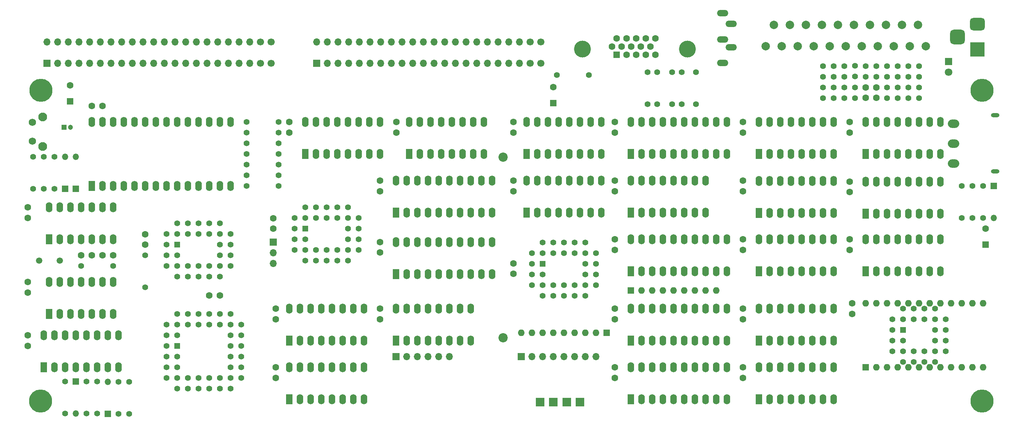
<source format=gbr>
%TF.GenerationSoftware,KiCad,Pcbnew,8.0.4*%
%TF.CreationDate,2024-09-22T18:44:29+01:00*%
%TF.ProjectId,v2a,7632612e-6b69-4636-9164-5f7063625858,rev?*%
%TF.SameCoordinates,Original*%
%TF.FileFunction,Soldermask,Top*%
%TF.FilePolarity,Negative*%
%FSLAX46Y46*%
G04 Gerber Fmt 4.6, Leading zero omitted, Abs format (unit mm)*
G04 Created by KiCad (PCBNEW 8.0.4) date 2024-09-22 18:44:29*
%MOMM*%
%LPD*%
G01*
G04 APERTURE LIST*
G04 Aperture macros list*
%AMRoundRect*
0 Rectangle with rounded corners*
0 $1 Rounding radius*
0 $2 $3 $4 $5 $6 $7 $8 $9 X,Y pos of 4 corners*
0 Add a 4 corners polygon primitive as box body*
4,1,4,$2,$3,$4,$5,$6,$7,$8,$9,$2,$3,0*
0 Add four circle primitives for the rounded corners*
1,1,$1+$1,$2,$3*
1,1,$1+$1,$4,$5*
1,1,$1+$1,$6,$7*
1,1,$1+$1,$8,$9*
0 Add four rect primitives between the rounded corners*
20,1,$1+$1,$2,$3,$4,$5,0*
20,1,$1+$1,$4,$5,$6,$7,0*
20,1,$1+$1,$6,$7,$8,$9,0*
20,1,$1+$1,$8,$9,$2,$3,0*%
G04 Aperture macros list end*
%ADD10C,1.600000*%
%ADD11R,1.600000X1.600000*%
%ADD12O,1.600000X1.600000*%
%ADD13R,1.422400X1.422400*%
%ADD14C,1.422400*%
%ADD15R,1.600000X2.400000*%
%ADD16O,1.600000X2.400000*%
%ADD17R,3.500000X3.500000*%
%ADD18RoundRect,0.750000X-1.000000X0.750000X-1.000000X-0.750000X1.000000X-0.750000X1.000000X0.750000X0*%
%ADD19RoundRect,0.875000X-0.875000X0.875000X-0.875000X-0.875000X0.875000X-0.875000X0.875000X0.875000X0*%
%ADD20C,4.000000*%
%ADD21C,1.400000*%
%ADD22R,1.200000X1.200000*%
%ADD23C,1.200000*%
%ADD24R,1.500000X1.500000*%
%ADD25O,1.500000X1.500000*%
%ADD26C,5.500000*%
%ADD27C,1.750000*%
%ADD28C,2.100000*%
%ADD29R,1.700000X1.700000*%
%ADD30O,1.700000X1.700000*%
%ADD31O,2.700000X2.000000*%
%ADD32O,2.000000X1.000000*%
%ADD33R,2.000000X2.000000*%
%ADD34C,1.998980*%
%ADD35C,2.200000*%
%ADD36R,1.800000X1.800000*%
%ADD37C,1.800000*%
%ADD38C,1.700000*%
%ADD39O,2.700000X1.500000*%
%ADD40C,1.500000*%
G04 APERTURE END LIST*
D10*
%TO.C,Cd11*%
X100965000Y-127020000D03*
X100965000Y-129520000D03*
%TD*%
D11*
%TO.C,U20*%
X241300000Y-127010000D03*
D12*
X243840000Y-127010000D03*
X246380000Y-127010000D03*
X248920000Y-127010000D03*
X251460000Y-127010000D03*
X254000000Y-127010000D03*
X256540000Y-127010000D03*
X259080000Y-127010000D03*
X261620000Y-127010000D03*
X264160000Y-127010000D03*
X266700000Y-127010000D03*
X269240000Y-127010000D03*
X269240000Y-111770000D03*
X266700000Y-111770000D03*
X264160000Y-111770000D03*
X261620000Y-111770000D03*
X259080000Y-111770000D03*
X256540000Y-111770000D03*
X254000000Y-111770000D03*
X251460000Y-111770000D03*
X248920000Y-111770000D03*
X246380000Y-111770000D03*
X243840000Y-111770000D03*
X241300000Y-111770000D03*
%TD*%
D13*
%TO.C,U5*%
X107950000Y-93980000D03*
D14*
X105410000Y-96520000D03*
X107950000Y-96520000D03*
X105410000Y-99060000D03*
X107950000Y-101600000D03*
X107950000Y-99060000D03*
X110490000Y-101600000D03*
X110490000Y-99060000D03*
X113030000Y-101600000D03*
X113030000Y-99060000D03*
X115570000Y-101600000D03*
X115570000Y-99060000D03*
X118110000Y-101600000D03*
X120650000Y-99060000D03*
X118110000Y-99060000D03*
X120650000Y-96520000D03*
X118110000Y-96520000D03*
X120650000Y-93980000D03*
X118110000Y-93980000D03*
X120650000Y-91440000D03*
X118110000Y-88900000D03*
X118110000Y-91440000D03*
X115570000Y-88900000D03*
X115570000Y-91440000D03*
X113030000Y-88900000D03*
X113030000Y-91440000D03*
X110490000Y-88900000D03*
X110490000Y-91440000D03*
X107950000Y-88900000D03*
X105410000Y-91440000D03*
X107950000Y-91440000D03*
X105410000Y-93980000D03*
%TD*%
D10*
%TO.C,Cd4*%
X125730000Y-97155000D03*
X125730000Y-99655000D03*
%TD*%
%TO.C,C5*%
X243840000Y-62825000D03*
X243840000Y-60325000D03*
%TD*%
%TO.C,Cd28*%
X212090000Y-82550000D03*
X212090000Y-85050000D03*
%TD*%
D15*
%TO.C,U19*%
X241300000Y-76200000D03*
D16*
X243840000Y-76200000D03*
X246380000Y-76200000D03*
X248920000Y-76200000D03*
X251460000Y-76200000D03*
X254000000Y-76200000D03*
X256540000Y-76200000D03*
X259080000Y-76200000D03*
X259080000Y-68580000D03*
X256540000Y-68580000D03*
X254000000Y-68580000D03*
X251460000Y-68580000D03*
X248920000Y-68580000D03*
X246380000Y-68580000D03*
X243840000Y-68580000D03*
X241300000Y-68580000D03*
%TD*%
D17*
%TO.C,J3*%
X267857500Y-51300000D03*
D18*
X267857500Y-45300000D03*
D19*
X263157500Y-48300000D03*
%TD*%
D20*
%TO.C,J7*%
X198890000Y-51181000D03*
X173890000Y-51181000D03*
D11*
X182075000Y-52601000D03*
D10*
X184365000Y-52601000D03*
X186655000Y-52601000D03*
X188945000Y-52601000D03*
X191235000Y-52601000D03*
X180930000Y-50621000D03*
X183220000Y-50621000D03*
X185510000Y-50621000D03*
X187800000Y-50621000D03*
X190090000Y-50621000D03*
X182075000Y-48641000D03*
X184365000Y-48641000D03*
X186655000Y-48641000D03*
X188945000Y-48641000D03*
X191235000Y-48641000D03*
%TD*%
D21*
%TO.C,R25*%
X236220000Y-55245000D03*
X236220000Y-57785000D03*
%TD*%
%TO.C,R10*%
X93980000Y-76200000D03*
X101600000Y-76200000D03*
%TD*%
D15*
%TO.C,U18*%
X241300000Y-90407000D03*
D16*
X243840000Y-90407000D03*
X246380000Y-90407000D03*
X248920000Y-90407000D03*
X251460000Y-90407000D03*
X254000000Y-90407000D03*
X256540000Y-90407000D03*
X259080000Y-90407000D03*
X259080000Y-82787000D03*
X256540000Y-82787000D03*
X254000000Y-82787000D03*
X251460000Y-82787000D03*
X248920000Y-82787000D03*
X246380000Y-82787000D03*
X243840000Y-82787000D03*
X241300000Y-82787000D03*
%TD*%
D10*
%TO.C,Cd32*%
X212090000Y-127000000D03*
X212090000Y-129500000D03*
%TD*%
D21*
%TO.C,R7*%
X54610000Y-102870000D03*
X62230000Y-102870000D03*
%TD*%
D22*
%TO.C,C1*%
X50570000Y-69850000D03*
D23*
X52070000Y-69850000D03*
%TD*%
D21*
%TO.C,R11*%
X93980000Y-73660000D03*
X101600000Y-73660000D03*
%TD*%
%TO.C,R16*%
X195240000Y-64372000D03*
X195240000Y-56752000D03*
%TD*%
%TO.C,R24*%
X233680000Y-55245000D03*
X233680000Y-57785000D03*
%TD*%
D11*
%TO.C,RN2*%
X179705000Y-118745000D03*
D12*
X177165000Y-118745000D03*
X174625000Y-118745000D03*
X172085000Y-118745000D03*
X169545000Y-118745000D03*
X167005000Y-118745000D03*
X164465000Y-118745000D03*
X161925000Y-118745000D03*
X159385000Y-118745000D03*
%TD*%
D21*
%TO.C,R9*%
X93980000Y-78740000D03*
X101600000Y-78740000D03*
%TD*%
D24*
%TO.C,D4*%
X53340000Y-84455000D03*
D25*
X53340000Y-76835000D03*
%TD*%
D26*
%TO.C,H2*%
X45000000Y-135000000D03*
%TD*%
D15*
%TO.C,U3*%
X104140000Y-134640000D03*
D16*
X106680000Y-134640000D03*
X109220000Y-134640000D03*
X111760000Y-134640000D03*
X114300000Y-134640000D03*
X116840000Y-134640000D03*
X119380000Y-134640000D03*
X121920000Y-134640000D03*
X121920000Y-127020000D03*
X119380000Y-127020000D03*
X116840000Y-127020000D03*
X114300000Y-127020000D03*
X111760000Y-127020000D03*
X109220000Y-127020000D03*
X106680000Y-127020000D03*
X104140000Y-127020000D03*
%TD*%
D15*
%TO.C,U16*%
X215900000Y-134620000D03*
D16*
X218440000Y-134620000D03*
X220980000Y-134620000D03*
X223520000Y-134620000D03*
X226060000Y-134620000D03*
X228600000Y-134620000D03*
X231140000Y-134620000D03*
X233680000Y-134620000D03*
X233680000Y-127000000D03*
X231140000Y-127000000D03*
X228600000Y-127000000D03*
X226060000Y-127000000D03*
X223520000Y-127000000D03*
X220980000Y-127000000D03*
X218440000Y-127000000D03*
X215900000Y-127000000D03*
%TD*%
D21*
%TO.C,R39*%
X167808000Y-57387000D03*
X175428000Y-57387000D03*
%TD*%
%TO.C,R34*%
X248920000Y-55295000D03*
X248920000Y-57835000D03*
%TD*%
D10*
%TO.C,C3*%
X59690000Y-100330000D03*
X62190000Y-100330000D03*
%TD*%
D15*
%TO.C,U7*%
X160655000Y-76200000D03*
D16*
X163195000Y-76200000D03*
X165735000Y-76200000D03*
X168275000Y-76200000D03*
X170815000Y-76200000D03*
X173355000Y-76200000D03*
X175895000Y-76200000D03*
X178435000Y-76200000D03*
X178435000Y-68580000D03*
X175895000Y-68580000D03*
X173355000Y-68580000D03*
X170815000Y-68580000D03*
X168275000Y-68580000D03*
X165735000Y-68580000D03*
X163195000Y-68580000D03*
X160655000Y-68580000D03*
%TD*%
D21*
%TO.C,R2*%
X101600000Y-83820000D03*
X93980000Y-83820000D03*
%TD*%
D27*
%TO.C,SW1*%
X42976000Y-68672000D03*
X42976000Y-73172000D03*
D28*
X45466000Y-67412000D03*
X45466000Y-74422000D03*
%TD*%
D21*
%TO.C,R22*%
X238760000Y-60325000D03*
X238760000Y-62865000D03*
%TD*%
%TO.C,R5*%
X45720000Y-76835000D03*
X45720000Y-84455000D03*
%TD*%
D29*
%TO.C,J2*%
X159385000Y-124460000D03*
D30*
X161925000Y-124460000D03*
X164465000Y-124460000D03*
X167005000Y-124460000D03*
X169545000Y-124460000D03*
X172085000Y-124460000D03*
X174625000Y-124460000D03*
X177165000Y-124460000D03*
%TD*%
D21*
%TO.C,R15*%
X191684000Y-64372000D03*
X191684000Y-56752000D03*
%TD*%
%TO.C,R6*%
X48260000Y-76835000D03*
X48260000Y-84455000D03*
%TD*%
%TO.C,R32*%
X254000000Y-55295000D03*
X254000000Y-57835000D03*
%TD*%
D31*
%TO.C,SW2*%
X262255000Y-69010000D03*
X262255000Y-73710000D03*
X262255000Y-78510000D03*
D32*
X272155000Y-67010000D03*
X272155000Y-80310000D03*
%TD*%
D21*
%TO.C,R38*%
X266700000Y-91440000D03*
X266700000Y-83820000D03*
%TD*%
D10*
%TO.C,Cd27*%
X41910000Y-88900000D03*
X41910000Y-91400000D03*
%TD*%
D21*
%TO.C,R21*%
X236220000Y-60325000D03*
X236220000Y-62865000D03*
%TD*%
D10*
%TO.C,Cd1*%
X181610000Y-113030000D03*
X181610000Y-115530000D03*
%TD*%
D21*
%TO.C,R3*%
X58420000Y-130412000D03*
X58420000Y-138032000D03*
%TD*%
D15*
%TO.C,U15*%
X185420000Y-76200000D03*
D16*
X187960000Y-76200000D03*
X190500000Y-76200000D03*
X193040000Y-76200000D03*
X195580000Y-76200000D03*
X198120000Y-76200000D03*
X200660000Y-76200000D03*
X203200000Y-76200000D03*
X205740000Y-76200000D03*
X208280000Y-76200000D03*
X208280000Y-68580000D03*
X205740000Y-68580000D03*
X203200000Y-68580000D03*
X200660000Y-68580000D03*
X198120000Y-68580000D03*
X195580000Y-68580000D03*
X193040000Y-68580000D03*
X190500000Y-68580000D03*
X187960000Y-68580000D03*
X185420000Y-68580000D03*
%TD*%
D10*
%TO.C,Cd15*%
X41910000Y-119380000D03*
X41910000Y-121880000D03*
%TD*%
%TO.C,Cd30*%
X212090000Y-68580000D03*
X212090000Y-71080000D03*
%TD*%
D15*
%TO.C,U17*%
X241300000Y-104140000D03*
D16*
X243840000Y-104140000D03*
X246380000Y-104140000D03*
X248920000Y-104140000D03*
X251460000Y-104140000D03*
X254000000Y-104140000D03*
X256540000Y-104140000D03*
X259080000Y-104140000D03*
X259080000Y-96520000D03*
X256540000Y-96520000D03*
X254000000Y-96520000D03*
X251460000Y-96520000D03*
X248920000Y-96520000D03*
X246380000Y-96520000D03*
X243840000Y-96520000D03*
X241300000Y-96520000D03*
%TD*%
D10*
%TO.C,C2*%
X57110000Y-100330000D03*
X54610000Y-100330000D03*
%TD*%
%TO.C,Cd9*%
X212090000Y-96520000D03*
X212090000Y-99020000D03*
%TD*%
%TO.C,Cd29*%
X157480000Y-68580000D03*
X157480000Y-71080000D03*
%TD*%
D21*
%TO.C,R1*%
X55880000Y-130412000D03*
X55880000Y-138032000D03*
%TD*%
%TO.C,R28*%
X254000000Y-60375000D03*
X254000000Y-62915000D03*
%TD*%
D10*
%TO.C,Cd19*%
X104140000Y-68580000D03*
X104140000Y-71080000D03*
%TD*%
D21*
%TO.C,R14*%
X189398000Y-64372000D03*
X189398000Y-56752000D03*
%TD*%
D10*
%TO.C,Cd2*%
X181610000Y-127000000D03*
X181610000Y-129500000D03*
%TD*%
D15*
%TO.C,U32*%
X129540000Y-104775000D03*
D16*
X132080000Y-104775000D03*
X134620000Y-104775000D03*
X137160000Y-104775000D03*
X139700000Y-104775000D03*
X142240000Y-104775000D03*
X144780000Y-104775000D03*
X147320000Y-104775000D03*
X149860000Y-104775000D03*
X152400000Y-104775000D03*
X152400000Y-97155000D03*
X149860000Y-97155000D03*
X147320000Y-97155000D03*
X144780000Y-97155000D03*
X142240000Y-97155000D03*
X139700000Y-97155000D03*
X137160000Y-97155000D03*
X134620000Y-97155000D03*
X132080000Y-97155000D03*
X129540000Y-97155000D03*
%TD*%
D11*
%TO.C,C7*%
X167005000Y-64047380D03*
D10*
X167005000Y-60237380D03*
%TD*%
%TO.C,Cd13*%
X41910000Y-106680000D03*
X41910000Y-109180000D03*
%TD*%
D11*
%TO.C,C6*%
X269875000Y-97790000D03*
D10*
X269875000Y-93980000D03*
%TD*%
D24*
%TO.C,D1*%
X53340000Y-130412000D03*
D25*
X53340000Y-138032000D03*
%TD*%
D15*
%TO.C,U24*%
X215900000Y-90270000D03*
D16*
X218440000Y-90270000D03*
X220980000Y-90270000D03*
X223520000Y-90270000D03*
X226060000Y-90270000D03*
X228600000Y-90270000D03*
X231140000Y-90270000D03*
X233680000Y-90270000D03*
X233680000Y-82650000D03*
X231140000Y-82650000D03*
X228600000Y-82650000D03*
X226060000Y-82650000D03*
X223520000Y-82650000D03*
X220980000Y-82650000D03*
X218440000Y-82650000D03*
X215900000Y-82650000D03*
%TD*%
D15*
%TO.C,U14*%
X185420000Y-90170000D03*
D16*
X187960000Y-90170000D03*
X190500000Y-90170000D03*
X193040000Y-90170000D03*
X195580000Y-90170000D03*
X198120000Y-90170000D03*
X200660000Y-90170000D03*
X203200000Y-90170000D03*
X203200000Y-82550000D03*
X200660000Y-82550000D03*
X198120000Y-82550000D03*
X195580000Y-82550000D03*
X193040000Y-82550000D03*
X190500000Y-82550000D03*
X187960000Y-82550000D03*
X185420000Y-82550000D03*
%TD*%
D29*
%TO.C,J9*%
X100330000Y-97155000D03*
D30*
X100330000Y-99695000D03*
X100330000Y-102235000D03*
%TD*%
D33*
%TO.C,TP3*%
X167005000Y-135255000D03*
%TD*%
D21*
%TO.C,R36*%
X243840000Y-55295000D03*
X243840000Y-57835000D03*
%TD*%
D11*
%TO.C,RN1*%
X185420000Y-108685000D03*
D12*
X187960000Y-108685000D03*
X190500000Y-108685000D03*
X193040000Y-108685000D03*
X195580000Y-108685000D03*
X198120000Y-108685000D03*
X200660000Y-108685000D03*
X203200000Y-108685000D03*
X205740000Y-108685000D03*
%TD*%
D26*
%TO.C,H4*%
X269000000Y-135000000D03*
%TD*%
D21*
%TO.C,R29*%
X251460000Y-60375000D03*
X251460000Y-62915000D03*
%TD*%
D10*
%TO.C,Cd20*%
X238125000Y-111780000D03*
X238125000Y-114280000D03*
%TD*%
D21*
%TO.C,R44*%
X66040000Y-130429000D03*
X66040000Y-138049000D03*
%TD*%
D13*
%TO.C,U21*%
X250190000Y-118110000D03*
D14*
X247650000Y-120650000D03*
X250190000Y-120650000D03*
X247650000Y-123190000D03*
X250190000Y-125730000D03*
X250190000Y-123190000D03*
X252730000Y-125730000D03*
X252730000Y-123190000D03*
X255270000Y-125730000D03*
X255270000Y-123190000D03*
X257810000Y-125730000D03*
X260350000Y-123190000D03*
X257810000Y-123190000D03*
X260350000Y-120650000D03*
X257810000Y-120650000D03*
X260350000Y-118110000D03*
X257810000Y-118110000D03*
X260350000Y-115570000D03*
X257810000Y-113030000D03*
X257810000Y-115570000D03*
X255270000Y-113030000D03*
X255270000Y-115570000D03*
X252730000Y-113030000D03*
X252730000Y-115570000D03*
X250190000Y-113030000D03*
X247650000Y-115570000D03*
X250190000Y-115570000D03*
X247650000Y-118110000D03*
%TD*%
D26*
%TO.C,H3*%
X269030000Y-61000000D03*
%TD*%
D10*
%TO.C,C4*%
X241300000Y-62825000D03*
X241300000Y-60325000D03*
%TD*%
D21*
%TO.C,R37*%
X69850000Y-100330000D03*
X69850000Y-107950000D03*
%TD*%
D24*
%TO.C,D2*%
X60960000Y-138049000D03*
D25*
X60960000Y-130429000D03*
%TD*%
D15*
%TO.C,U23*%
X215900000Y-104140000D03*
D16*
X218440000Y-104140000D03*
X220980000Y-104140000D03*
X223520000Y-104140000D03*
X226060000Y-104140000D03*
X228600000Y-104140000D03*
X231140000Y-104140000D03*
X233680000Y-104140000D03*
X233680000Y-96520000D03*
X231140000Y-96520000D03*
X228600000Y-96520000D03*
X226060000Y-96520000D03*
X223520000Y-96520000D03*
X220980000Y-96520000D03*
X218440000Y-96520000D03*
X215900000Y-96520000D03*
%TD*%
D10*
%TO.C,Cd31*%
X100330000Y-93980000D03*
X100330000Y-91480000D03*
%TD*%
D21*
%TO.C,R41*%
X264160000Y-91440000D03*
X264160000Y-83820000D03*
%TD*%
D11*
%TO.C,C8*%
X52000000Y-63635000D03*
D10*
X52000000Y-59825000D03*
%TD*%
D15*
%TO.C,U28*%
X57150000Y-83820000D03*
D16*
X59690000Y-83820000D03*
X62230000Y-83820000D03*
X64770000Y-83820000D03*
X67310000Y-83820000D03*
X69850000Y-83820000D03*
X72390000Y-83820000D03*
X74930000Y-83820000D03*
X77470000Y-83820000D03*
X80010000Y-83820000D03*
X82550000Y-83820000D03*
X85090000Y-83820000D03*
X87630000Y-83820000D03*
X90170000Y-83820000D03*
X90170000Y-68580000D03*
X87630000Y-68580000D03*
X85090000Y-68580000D03*
X82550000Y-68580000D03*
X80010000Y-68580000D03*
X77470000Y-68580000D03*
X74930000Y-68580000D03*
X72390000Y-68580000D03*
X69850000Y-68580000D03*
X67310000Y-68580000D03*
X64770000Y-68580000D03*
X62230000Y-68580000D03*
X59690000Y-68580000D03*
X57150000Y-68580000D03*
%TD*%
D15*
%TO.C,U10*%
X107950000Y-76200000D03*
D16*
X110490000Y-76200000D03*
X113030000Y-76200000D03*
X115570000Y-76200000D03*
X118110000Y-76200000D03*
X120650000Y-76200000D03*
X123190000Y-76200000D03*
X125730000Y-76200000D03*
X125730000Y-68580000D03*
X123190000Y-68580000D03*
X120650000Y-68580000D03*
X118110000Y-68580000D03*
X115570000Y-68580000D03*
X113030000Y-68580000D03*
X110490000Y-68580000D03*
X107950000Y-68580000D03*
%TD*%
D10*
%TO.C,Cd25*%
X125730000Y-113030000D03*
X125730000Y-115530000D03*
%TD*%
D21*
%TO.C,R43*%
X63500000Y-130450000D03*
X63500000Y-138070000D03*
%TD*%
D34*
%TO.C,J4*%
X217513000Y-50559640D03*
X219418000Y-45479640D03*
X221323000Y-50559640D03*
X223228000Y-45479640D03*
X225133000Y-50559640D03*
X227038000Y-45479640D03*
X228943000Y-50559640D03*
X230848000Y-45479640D03*
X232753000Y-50559640D03*
X234658000Y-45479640D03*
X236563000Y-50559640D03*
X238468000Y-45479640D03*
X240373000Y-50559640D03*
X242278000Y-45479640D03*
X244183000Y-50559640D03*
X246088000Y-45479640D03*
X247993000Y-50559640D03*
X249898000Y-45479640D03*
X251803000Y-50559640D03*
X253708000Y-45479640D03*
X255613000Y-50559640D03*
%TD*%
D13*
%TO.C,U8*%
X164465000Y-102335000D03*
D14*
X161925000Y-104875000D03*
X164465000Y-104875000D03*
X161925000Y-107415000D03*
X164465000Y-109955000D03*
X164465000Y-107415000D03*
X167005000Y-109955000D03*
X167005000Y-107415000D03*
X169545000Y-109955000D03*
X169545000Y-107415000D03*
X172085000Y-109955000D03*
X172085000Y-107415000D03*
X174625000Y-109955000D03*
X177165000Y-107415000D03*
X174625000Y-107415000D03*
X177165000Y-104875000D03*
X174625000Y-104875000D03*
X177165000Y-102335000D03*
X174625000Y-102335000D03*
X177165000Y-99795000D03*
X174625000Y-97255000D03*
X174625000Y-99795000D03*
X172085000Y-97255000D03*
X172085000Y-99795000D03*
X169545000Y-97255000D03*
X169545000Y-99795000D03*
X167005000Y-97255000D03*
X167005000Y-99795000D03*
X164465000Y-97255000D03*
X161925000Y-99795000D03*
X164465000Y-99795000D03*
X161925000Y-102335000D03*
%TD*%
D15*
%TO.C,U22*%
X215900000Y-120650000D03*
D16*
X218440000Y-120650000D03*
X220980000Y-120650000D03*
X223520000Y-120650000D03*
X226060000Y-120650000D03*
X228600000Y-120650000D03*
X231140000Y-120650000D03*
X233680000Y-120650000D03*
X233680000Y-113030000D03*
X231140000Y-113030000D03*
X228600000Y-113030000D03*
X226060000Y-113030000D03*
X223520000Y-113030000D03*
X220980000Y-113030000D03*
X218440000Y-113030000D03*
X215900000Y-113030000D03*
%TD*%
D15*
%TO.C,U26*%
X46990000Y-114300000D03*
D16*
X49530000Y-114300000D03*
X52070000Y-114300000D03*
X54610000Y-114300000D03*
X57150000Y-114300000D03*
X59690000Y-114300000D03*
X62230000Y-114300000D03*
X62230000Y-106680000D03*
X59690000Y-106680000D03*
X57150000Y-106680000D03*
X54610000Y-106680000D03*
X52070000Y-106680000D03*
X49530000Y-106680000D03*
X46990000Y-106680000D03*
%TD*%
D13*
%TO.C,U1*%
X77470000Y-121920000D03*
D14*
X74930000Y-124460000D03*
X77470000Y-124460000D03*
X74930000Y-127000000D03*
X77470000Y-127000000D03*
X74930000Y-129540000D03*
X77470000Y-132080000D03*
X77470000Y-129540000D03*
X80010000Y-132080000D03*
X80010000Y-129540000D03*
X82550000Y-132080000D03*
X82550000Y-129540000D03*
X85090000Y-132080000D03*
X85090000Y-129540000D03*
X87630000Y-132080000D03*
X87630000Y-129540000D03*
X90170000Y-132080000D03*
X92710000Y-129540000D03*
X90170000Y-129540000D03*
X92710000Y-127000000D03*
X90170000Y-127000000D03*
X92710000Y-124460000D03*
X90170000Y-124460000D03*
X92710000Y-121920000D03*
X90170000Y-121920000D03*
X92710000Y-119380000D03*
X90170000Y-119380000D03*
X92710000Y-116840000D03*
X90170000Y-114300000D03*
X90170000Y-116840000D03*
X87630000Y-114300000D03*
X87630000Y-116840000D03*
X85090000Y-114300000D03*
X85090000Y-116840000D03*
X82550000Y-114300000D03*
X82550000Y-116840000D03*
X80010000Y-114300000D03*
X80010000Y-116840000D03*
X77470000Y-114300000D03*
X74930000Y-116840000D03*
X77470000Y-116840000D03*
X74930000Y-119380000D03*
X77470000Y-119380000D03*
X74930000Y-121920000D03*
%TD*%
D35*
%TO.C,H6*%
X155000000Y-120000000D03*
%TD*%
D29*
%TO.C,J1*%
X129540000Y-124460000D03*
D30*
X132080000Y-124460000D03*
X134620000Y-124460000D03*
X137160000Y-124460000D03*
X139700000Y-124460000D03*
X142240000Y-124460000D03*
%TD*%
D36*
%TO.C,D3*%
X261030000Y-54225000D03*
D37*
X261030000Y-56765000D03*
%TD*%
D15*
%TO.C,U31*%
X185420000Y-134620000D03*
D16*
X187960000Y-134620000D03*
X190500000Y-134620000D03*
X193040000Y-134620000D03*
X195580000Y-134620000D03*
X198120000Y-134620000D03*
X200660000Y-134620000D03*
X203200000Y-134620000D03*
X205740000Y-134620000D03*
X208280000Y-134620000D03*
X208280000Y-127000000D03*
X205740000Y-127000000D03*
X203200000Y-127000000D03*
X200660000Y-127000000D03*
X198120000Y-127000000D03*
X195580000Y-127000000D03*
X193040000Y-127000000D03*
X190500000Y-127000000D03*
X187960000Y-127000000D03*
X185420000Y-127000000D03*
%TD*%
D21*
%TO.C,R35*%
X246380000Y-55295000D03*
X246380000Y-57835000D03*
%TD*%
%TO.C,R12*%
X93980000Y-71120000D03*
X101600000Y-71120000D03*
%TD*%
%TO.C,R17*%
X197526000Y-64372000D03*
X197526000Y-56752000D03*
%TD*%
%TO.C,R20*%
X233721000Y-60325000D03*
X233721000Y-62865000D03*
%TD*%
D13*
%TO.C,U29*%
X77470000Y-97790000D03*
D14*
X74930000Y-100330000D03*
X77470000Y-100330000D03*
X74930000Y-102870000D03*
X77470000Y-105410000D03*
X77470000Y-102870000D03*
X80010000Y-105410000D03*
X80010000Y-102870000D03*
X82550000Y-105410000D03*
X82550000Y-102870000D03*
X85090000Y-105410000D03*
X85090000Y-102870000D03*
X87630000Y-105410000D03*
X90170000Y-102870000D03*
X87630000Y-102870000D03*
X90170000Y-100330000D03*
X87630000Y-100330000D03*
X90170000Y-97790000D03*
X87630000Y-97790000D03*
X90170000Y-95250000D03*
X87630000Y-92710000D03*
X87630000Y-95250000D03*
X85090000Y-92710000D03*
X85090000Y-95250000D03*
X82550000Y-92710000D03*
X82550000Y-95250000D03*
X80010000Y-92710000D03*
X80010000Y-95250000D03*
X77470000Y-92710000D03*
X74930000Y-95250000D03*
X77470000Y-95250000D03*
X74930000Y-97790000D03*
%TD*%
D10*
%TO.C,Cd26*%
X181610000Y-96520000D03*
X181610000Y-99020000D03*
%TD*%
D15*
%TO.C,U30*%
X129518000Y-120650000D03*
D16*
X132058000Y-120650000D03*
X134598000Y-120650000D03*
X137138000Y-120650000D03*
X139678000Y-120650000D03*
X142218000Y-120650000D03*
X144758000Y-120650000D03*
X147298000Y-120650000D03*
X147298000Y-113030000D03*
X144758000Y-113030000D03*
X142218000Y-113030000D03*
X139678000Y-113030000D03*
X137138000Y-113030000D03*
X134598000Y-113030000D03*
X132058000Y-113030000D03*
X129518000Y-113030000D03*
%TD*%
D29*
%TO.C,J6*%
X110648000Y-54610000D03*
D30*
X110648000Y-49530000D03*
X113188000Y-54610000D03*
X113188000Y-49530000D03*
X115728000Y-54610000D03*
X115728000Y-49530000D03*
X118268000Y-54610000D03*
X118268000Y-49530000D03*
X120808000Y-54610000D03*
X120808000Y-49530000D03*
X123348000Y-54610000D03*
X123348000Y-49530000D03*
X125888000Y-54610000D03*
X125888000Y-49530000D03*
X128428000Y-54610000D03*
X128428000Y-49530000D03*
X130968000Y-54610000D03*
X130968000Y-49530000D03*
X133508000Y-54610000D03*
X133508000Y-49530000D03*
X136048000Y-54610000D03*
X136048000Y-49530000D03*
X138588000Y-54610000D03*
X138588000Y-49530000D03*
X141128000Y-54610000D03*
X141128000Y-49530000D03*
X143668000Y-54610000D03*
X143668000Y-49530000D03*
X146208000Y-54610000D03*
X146208000Y-49530000D03*
X148748000Y-54610000D03*
X148748000Y-49530000D03*
X151288000Y-54610000D03*
X151288000Y-49530000D03*
X153828000Y-54610000D03*
X153828000Y-49530000D03*
X156368000Y-54610000D03*
X156368000Y-49530000D03*
X158908000Y-54610000D03*
X158908000Y-49530000D03*
D38*
X161448000Y-54610000D03*
X161448000Y-49530000D03*
X163988000Y-54610000D03*
X163988000Y-49530000D03*
%TD*%
D10*
%TO.C,Cd16*%
X212090000Y-113030000D03*
X212090000Y-115530000D03*
%TD*%
D21*
%TO.C,R40*%
X269240000Y-83820000D03*
X269240000Y-91440000D03*
%TD*%
D10*
%TO.C,Cd14*%
X85090000Y-109855000D03*
X87590000Y-109855000D03*
%TD*%
D15*
%TO.C,U4*%
X104140000Y-120650000D03*
D16*
X106680000Y-120650000D03*
X109220000Y-120650000D03*
X111760000Y-120650000D03*
X114300000Y-120650000D03*
X116840000Y-120650000D03*
X119380000Y-120650000D03*
X121920000Y-120650000D03*
X121920000Y-113030000D03*
X119380000Y-113030000D03*
X116840000Y-113030000D03*
X114300000Y-113030000D03*
X111760000Y-113030000D03*
X109220000Y-113030000D03*
X106680000Y-113030000D03*
X104140000Y-113030000D03*
%TD*%
D10*
%TO.C,Cd10*%
X69850000Y-97790000D03*
X69850000Y-95290000D03*
%TD*%
%TO.C,Cd17*%
X181610000Y-82550000D03*
X181610000Y-85050000D03*
%TD*%
D21*
%TO.C,R13*%
X93980000Y-68580000D03*
X101600000Y-68580000D03*
%TD*%
D33*
%TO.C,TP1*%
X163830000Y-135255000D03*
%TD*%
D10*
%TO.C,Cd6*%
X157480000Y-102235000D03*
X157480000Y-104735000D03*
%TD*%
D21*
%TO.C,R33*%
X251460000Y-55295000D03*
X251460000Y-57835000D03*
%TD*%
D15*
%TO.C,U25*%
X215900000Y-76200000D03*
D16*
X218440000Y-76200000D03*
X220980000Y-76200000D03*
X223520000Y-76200000D03*
X226060000Y-76200000D03*
X228600000Y-76200000D03*
X231140000Y-76200000D03*
X233680000Y-76200000D03*
X233680000Y-68580000D03*
X231140000Y-68580000D03*
X228600000Y-68580000D03*
X226060000Y-68580000D03*
X223520000Y-68580000D03*
X220980000Y-68580000D03*
X218440000Y-68580000D03*
X215900000Y-68580000D03*
%TD*%
D15*
%TO.C,U12*%
X185420000Y-104140000D03*
D16*
X187960000Y-104140000D03*
X190500000Y-104140000D03*
X193040000Y-104140000D03*
X195580000Y-104140000D03*
X198120000Y-104140000D03*
X200660000Y-104140000D03*
X203200000Y-104140000D03*
X205740000Y-104140000D03*
X208280000Y-104140000D03*
X208280000Y-96520000D03*
X205740000Y-96520000D03*
X203200000Y-96520000D03*
X200660000Y-96520000D03*
X198120000Y-96520000D03*
X195580000Y-96520000D03*
X193040000Y-96520000D03*
X190500000Y-96520000D03*
X187960000Y-96520000D03*
X185420000Y-96520000D03*
%TD*%
D21*
%TO.C,R31*%
X246380000Y-60375000D03*
X246380000Y-62915000D03*
%TD*%
D39*
%TO.C,J8*%
X209264000Y-50800000D03*
X207264000Y-48900000D03*
X207264000Y-42700000D03*
X209264000Y-45200000D03*
X207264000Y-54500000D03*
%TD*%
D21*
%TO.C,R23*%
X231140000Y-55245000D03*
X231140000Y-57785000D03*
%TD*%
D29*
%TO.C,J5*%
X46523000Y-54610000D03*
D30*
X46523000Y-49530000D03*
X49063000Y-54610000D03*
X49063000Y-49530000D03*
X51603000Y-54610000D03*
X51603000Y-49530000D03*
X54143000Y-54610000D03*
X54143000Y-49530000D03*
X56683000Y-54610000D03*
X56683000Y-49530000D03*
X59223000Y-54610000D03*
X59223000Y-49530000D03*
X61763000Y-54610000D03*
X61763000Y-49530000D03*
X64303000Y-54610000D03*
X64303000Y-49530000D03*
X66843000Y-54610000D03*
X66843000Y-49530000D03*
X69383000Y-54610000D03*
X69383000Y-49530000D03*
X71923000Y-54610000D03*
X71923000Y-49530000D03*
X74463000Y-54610000D03*
X74463000Y-49530000D03*
X77003000Y-54610000D03*
X77003000Y-49530000D03*
X79543000Y-54610000D03*
X79543000Y-49530000D03*
X82083000Y-54610000D03*
X82083000Y-49530000D03*
X84623000Y-54610000D03*
X84623000Y-49530000D03*
X87163000Y-54610000D03*
X87163000Y-49530000D03*
X89703000Y-54610000D03*
X89703000Y-49530000D03*
X92243000Y-54610000D03*
X92243000Y-49530000D03*
X94783000Y-54610000D03*
X94783000Y-49530000D03*
D38*
X97323000Y-54610000D03*
X97323000Y-49530000D03*
X99863000Y-54610000D03*
X99863000Y-49530000D03*
%TD*%
D21*
%TO.C,R27*%
X241300000Y-55245000D03*
X241300000Y-57785000D03*
%TD*%
D15*
%TO.C,U27*%
X45720000Y-127000000D03*
D16*
X48260000Y-127000000D03*
X50800000Y-127000000D03*
X53340000Y-127000000D03*
X55880000Y-127000000D03*
X58420000Y-127000000D03*
X60960000Y-127000000D03*
X63500000Y-127000000D03*
X63500000Y-119380000D03*
X60960000Y-119380000D03*
X58420000Y-119380000D03*
X55880000Y-119380000D03*
X53340000Y-119380000D03*
X50800000Y-119380000D03*
X48260000Y-119380000D03*
X45720000Y-119380000D03*
%TD*%
D33*
%TO.C,TP4*%
X170180000Y-135255000D03*
%TD*%
D21*
%TO.C,R30*%
X248920000Y-60375000D03*
X248920000Y-62915000D03*
%TD*%
D35*
%TO.C,H5*%
X155000000Y-77000000D03*
%TD*%
D10*
%TO.C,Cd23*%
X237490000Y-68580000D03*
X237490000Y-71080000D03*
%TD*%
D33*
%TO.C,TP2*%
X173355000Y-135255000D03*
%TD*%
D10*
%TO.C,Cd7*%
X125730000Y-82550000D03*
X125730000Y-85050000D03*
%TD*%
%TO.C,Cd8*%
X100965000Y-113030000D03*
X100965000Y-115530000D03*
%TD*%
D26*
%TO.C,H1*%
X45030000Y-61000000D03*
%TD*%
D10*
%TO.C,Cd22*%
X237510000Y-96520000D03*
X237510000Y-99020000D03*
%TD*%
D21*
%TO.C,R18*%
X200945000Y-64372000D03*
X200945000Y-56752000D03*
%TD*%
D10*
%TO.C,Cd3*%
X157480000Y-82550000D03*
X157480000Y-85050000D03*
%TD*%
%TO.C,Cd24*%
X237490000Y-82787000D03*
X237490000Y-85287000D03*
%TD*%
%TO.C,Cd5*%
X129645000Y-68580000D03*
X129645000Y-71080000D03*
%TD*%
D21*
%TO.C,R8*%
X93980000Y-81280000D03*
X101600000Y-81280000D03*
%TD*%
%TO.C,R42*%
X50800000Y-130412000D03*
X50800000Y-138032000D03*
%TD*%
%TO.C,R19*%
X231140000Y-60325000D03*
X231140000Y-62865000D03*
%TD*%
%TO.C,R4*%
X43180000Y-76835000D03*
X43180000Y-84455000D03*
%TD*%
D15*
%TO.C,U9*%
X185420000Y-120650000D03*
D16*
X187960000Y-120650000D03*
X190500000Y-120650000D03*
X193040000Y-120650000D03*
X195580000Y-120650000D03*
X198120000Y-120650000D03*
X200660000Y-120650000D03*
X203200000Y-120650000D03*
X205740000Y-120650000D03*
X208280000Y-120650000D03*
X208280000Y-113030000D03*
X205740000Y-113030000D03*
X203200000Y-113030000D03*
X200660000Y-113030000D03*
X198120000Y-113030000D03*
X195580000Y-113030000D03*
X193040000Y-113030000D03*
X190500000Y-113030000D03*
X187960000Y-113030000D03*
X185420000Y-113030000D03*
%TD*%
D10*
%TO.C,Cd12*%
X181610000Y-68580000D03*
X181610000Y-71080000D03*
%TD*%
D15*
%TO.C,U13*%
X160655000Y-90170000D03*
D16*
X163195000Y-90170000D03*
X165735000Y-90170000D03*
X168275000Y-90170000D03*
X170815000Y-90170000D03*
X173355000Y-90170000D03*
X175895000Y-90170000D03*
X178435000Y-90170000D03*
X178435000Y-82550000D03*
X175895000Y-82550000D03*
X173355000Y-82550000D03*
X170815000Y-82550000D03*
X168275000Y-82550000D03*
X165735000Y-82550000D03*
X163195000Y-82550000D03*
X160655000Y-82550000D03*
%TD*%
D24*
%TO.C,D6*%
X271780000Y-83820000D03*
D25*
X271780000Y-91440000D03*
%TD*%
D24*
%TO.C,D5*%
X50800000Y-84455000D03*
D25*
X50800000Y-76835000D03*
%TD*%
D21*
%TO.C,R26*%
X238760000Y-55240000D03*
X238760000Y-57780000D03*
%TD*%
D10*
%TO.C,Cd18*%
X57150000Y-64770000D03*
X59650000Y-64770000D03*
%TD*%
D15*
%TO.C,U11*%
X132693000Y-76200000D03*
D16*
X135233000Y-76200000D03*
X137773000Y-76200000D03*
X140313000Y-76200000D03*
X142853000Y-76200000D03*
X145393000Y-76200000D03*
X147933000Y-76200000D03*
X150473000Y-76200000D03*
X150473000Y-68580000D03*
X147933000Y-68580000D03*
X145393000Y-68580000D03*
X142853000Y-68580000D03*
X140313000Y-68580000D03*
X137773000Y-68580000D03*
X135233000Y-68580000D03*
X132693000Y-68580000D03*
%TD*%
D15*
%TO.C,U6*%
X129540000Y-90170000D03*
D16*
X132080000Y-90170000D03*
X134620000Y-90170000D03*
X137160000Y-90170000D03*
X139700000Y-90170000D03*
X142240000Y-90170000D03*
X144780000Y-90170000D03*
X147320000Y-90170000D03*
X149860000Y-90170000D03*
X152400000Y-90170000D03*
X152400000Y-82550000D03*
X149860000Y-82550000D03*
X147320000Y-82550000D03*
X144780000Y-82550000D03*
X142240000Y-82550000D03*
X139700000Y-82550000D03*
X137160000Y-82550000D03*
X134620000Y-82550000D03*
X132080000Y-82550000D03*
X129540000Y-82550000D03*
%TD*%
D40*
%TO.C,Y1*%
X44650000Y-101600000D03*
X49530000Y-101600000D03*
%TD*%
D15*
%TO.C,U2*%
X46990000Y-96520000D03*
D16*
X49530000Y-96520000D03*
X52070000Y-96520000D03*
X54610000Y-96520000D03*
X57150000Y-96520000D03*
X59690000Y-96520000D03*
X62230000Y-96520000D03*
X62230000Y-88900000D03*
X59690000Y-88900000D03*
X57150000Y-88900000D03*
X54610000Y-88900000D03*
X52070000Y-88900000D03*
X49530000Y-88900000D03*
X46990000Y-88900000D03*
%TD*%
M02*

</source>
